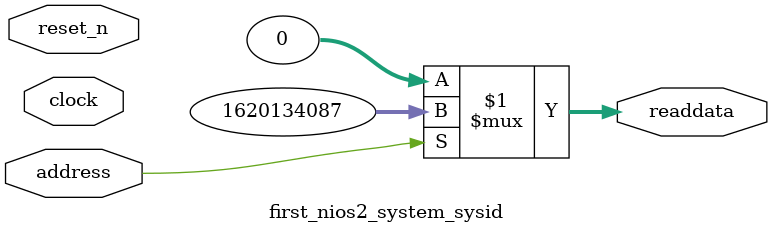
<source format=v>

`timescale 1ns / 1ps
// synthesis translate_on

// turn off superfluous verilog processor warnings 
// altera message_level Level1 
// altera message_off 10034 10035 10036 10037 10230 10240 10030 

module first_nios2_system_sysid (
               // inputs:
                address,
                clock,
                reset_n,

               // outputs:
                readdata
             )
;

  output  [ 31: 0] readdata;
  input            address;
  input            clock;
  input            reset_n;

  wire    [ 31: 0] readdata;
  //control_slave, which is an e_avalon_slave
  assign readdata = address ? 1620134087 : 0;

endmodule




</source>
